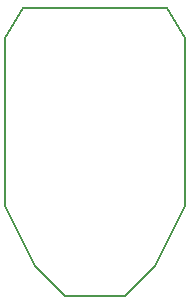
<source format=gbr>
G04 #@! TF.GenerationSoftware,KiCad,Pcbnew,5.0.2-bee76a0~70~ubuntu16.04.1*
G04 #@! TF.CreationDate,2020-01-28T21:52:51-08:00*
G04 #@! TF.ProjectId,touch-circuit-v1,746f7563-682d-4636-9972-637569742d76,rev?*
G04 #@! TF.SameCoordinates,Original*
G04 #@! TF.FileFunction,Profile,NP*
%FSLAX46Y46*%
G04 Gerber Fmt 4.6, Leading zero omitted, Abs format (unit mm)*
G04 Created by KiCad (PCBNEW 5.0.2-bee76a0~70~ubuntu16.04.1) date Tue 28 Jan 2020 09:52:51 PM PST*
%MOMM*%
%LPD*%
G01*
G04 APERTURE LIST*
%ADD10C,0.150000*%
G04 APERTURE END LIST*
D10*
X144780000Y-92456000D02*
X146304000Y-89916000D01*
X158496000Y-89916000D02*
X160020000Y-92456000D01*
X158496000Y-89916000D02*
X146304000Y-89916000D01*
X147320000Y-111760000D02*
X149860000Y-114300000D01*
X144780000Y-106680000D02*
X147320000Y-111760000D01*
X144780000Y-92456000D02*
X144780000Y-106680000D01*
X160020000Y-106680000D02*
X160020000Y-92456000D01*
X157480000Y-111760000D02*
X160020000Y-106680000D01*
X154940000Y-114300000D02*
X157480000Y-111760000D01*
X149860000Y-114300000D02*
X154940000Y-114300000D01*
M02*

</source>
